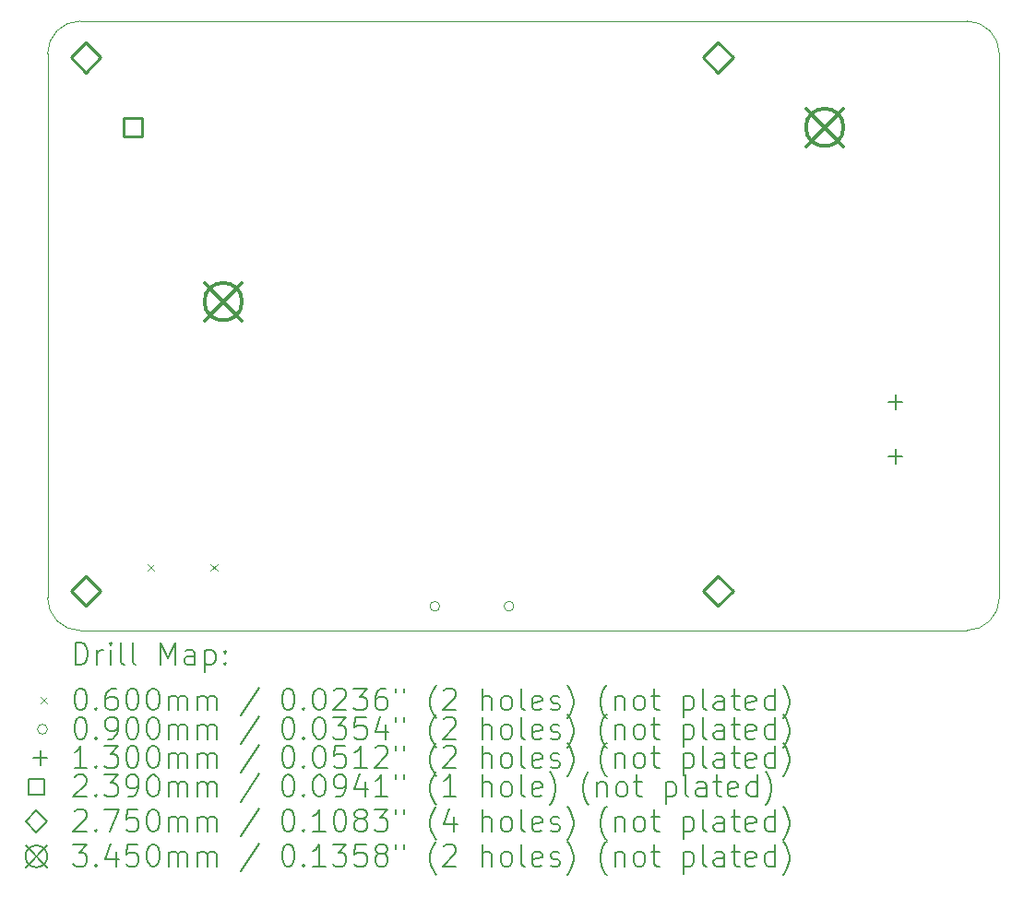
<source format=gbr>
%FSLAX45Y45*%
G04 Gerber Fmt 4.5, Leading zero omitted, Abs format (unit mm)*
G04 Created by KiCad (PCBNEW 6.0.4-6f826c9f35~116~ubuntu20.04.1) date 2022-05-05 15:44:58*
%MOMM*%
%LPD*%
G01*
G04 APERTURE LIST*
%TA.AperFunction,Profile*%
%ADD10C,0.050000*%
%TD*%
%ADD11C,0.200000*%
%ADD12C,0.060000*%
%ADD13C,0.090000*%
%ADD14C,0.130000*%
%ADD15C,0.239000*%
%ADD16C,0.275000*%
%ADD17C,0.345000*%
G04 APERTURE END LIST*
D10*
X15075000Y-12340002D02*
G75*
G03*
X15375042Y-12039958I0J300042D01*
G01*
X15375042Y-12039958D02*
X15375083Y-7042500D01*
X15375082Y-7042500D02*
G75*
G03*
X15075042Y-6742458I-300042J0D01*
G01*
X15075042Y-6742458D02*
X6940042Y-6742458D01*
X6940042Y-6742460D02*
G75*
G03*
X6640000Y-7042500I-2J-300040D01*
G01*
X6639958Y-12039958D02*
X6640000Y-7042500D01*
X6639960Y-12039958D02*
G75*
G03*
X6940000Y-12340000I300040J-2D01*
G01*
X15075000Y-12340000D02*
X6940000Y-12340000D01*
D11*
D12*
X7560080Y-11732520D02*
X7620080Y-11792520D01*
X7620080Y-11732520D02*
X7560080Y-11792520D01*
X8138080Y-11732520D02*
X8198080Y-11792520D01*
X8198080Y-11732520D02*
X8138080Y-11792520D01*
D13*
X10240000Y-12117500D02*
G75*
G03*
X10240000Y-12117500I-45000J0D01*
G01*
X10920000Y-12117500D02*
G75*
G03*
X10920000Y-12117500I-45000J0D01*
G01*
D14*
X14422500Y-10175000D02*
X14422500Y-10305000D01*
X14357500Y-10240000D02*
X14487500Y-10240000D01*
X14422500Y-10675000D02*
X14422500Y-10805000D01*
X14357500Y-10740000D02*
X14487500Y-10740000D01*
D15*
X7503860Y-7803660D02*
X7503860Y-7634660D01*
X7334860Y-7634660D01*
X7334860Y-7803660D01*
X7503860Y-7803660D01*
D16*
X6993200Y-7214500D02*
X7130700Y-7077000D01*
X6993200Y-6939500D01*
X6855700Y-7077000D01*
X6993200Y-7214500D01*
X6993200Y-12114500D02*
X7130700Y-11977000D01*
X6993200Y-11839500D01*
X6855700Y-11977000D01*
X6993200Y-12114500D01*
X12793200Y-7214500D02*
X12930700Y-7077000D01*
X12793200Y-6939500D01*
X12655700Y-7077000D01*
X12793200Y-7214500D01*
X12793200Y-12114500D02*
X12930700Y-11977000D01*
X12793200Y-11839500D01*
X12655700Y-11977000D01*
X12793200Y-12114500D01*
D17*
X8079860Y-9146660D02*
X8424860Y-9491660D01*
X8424860Y-9146660D02*
X8079860Y-9491660D01*
X8424860Y-9319160D02*
G75*
G03*
X8424860Y-9319160I-172500J0D01*
G01*
X13599860Y-7546660D02*
X13944860Y-7891660D01*
X13944860Y-7546660D02*
X13599860Y-7891660D01*
X13944860Y-7719160D02*
G75*
G03*
X13944860Y-7719160I-172500J0D01*
G01*
D11*
X6895077Y-12652976D02*
X6895077Y-12452976D01*
X6942696Y-12452976D01*
X6971268Y-12462500D01*
X6990315Y-12481548D01*
X6999839Y-12500595D01*
X7009363Y-12538690D01*
X7009363Y-12567262D01*
X6999839Y-12605357D01*
X6990315Y-12624405D01*
X6971268Y-12643452D01*
X6942696Y-12652976D01*
X6895077Y-12652976D01*
X7095077Y-12652976D02*
X7095077Y-12519643D01*
X7095077Y-12557738D02*
X7104601Y-12538690D01*
X7114125Y-12529167D01*
X7133173Y-12519643D01*
X7152220Y-12519643D01*
X7218887Y-12652976D02*
X7218887Y-12519643D01*
X7218887Y-12452976D02*
X7209363Y-12462500D01*
X7218887Y-12472024D01*
X7228411Y-12462500D01*
X7218887Y-12452976D01*
X7218887Y-12472024D01*
X7342696Y-12652976D02*
X7323649Y-12643452D01*
X7314125Y-12624405D01*
X7314125Y-12452976D01*
X7447458Y-12652976D02*
X7428411Y-12643452D01*
X7418887Y-12624405D01*
X7418887Y-12452976D01*
X7676030Y-12652976D02*
X7676030Y-12452976D01*
X7742696Y-12595833D01*
X7809363Y-12452976D01*
X7809363Y-12652976D01*
X7990315Y-12652976D02*
X7990315Y-12548214D01*
X7980792Y-12529167D01*
X7961744Y-12519643D01*
X7923649Y-12519643D01*
X7904601Y-12529167D01*
X7990315Y-12643452D02*
X7971268Y-12652976D01*
X7923649Y-12652976D01*
X7904601Y-12643452D01*
X7895077Y-12624405D01*
X7895077Y-12605357D01*
X7904601Y-12586309D01*
X7923649Y-12576786D01*
X7971268Y-12576786D01*
X7990315Y-12567262D01*
X8085554Y-12519643D02*
X8085554Y-12719643D01*
X8085554Y-12529167D02*
X8104601Y-12519643D01*
X8142696Y-12519643D01*
X8161744Y-12529167D01*
X8171268Y-12538690D01*
X8180792Y-12557738D01*
X8180792Y-12614881D01*
X8171268Y-12633928D01*
X8161744Y-12643452D01*
X8142696Y-12652976D01*
X8104601Y-12652976D01*
X8085554Y-12643452D01*
X8266506Y-12633928D02*
X8276030Y-12643452D01*
X8266506Y-12652976D01*
X8256982Y-12643452D01*
X8266506Y-12633928D01*
X8266506Y-12652976D01*
X8266506Y-12529167D02*
X8276030Y-12538690D01*
X8266506Y-12548214D01*
X8256982Y-12538690D01*
X8266506Y-12529167D01*
X8266506Y-12548214D01*
D12*
X6577458Y-12952500D02*
X6637458Y-13012500D01*
X6637458Y-12952500D02*
X6577458Y-13012500D01*
D11*
X6933173Y-12872976D02*
X6952220Y-12872976D01*
X6971268Y-12882500D01*
X6980792Y-12892024D01*
X6990315Y-12911071D01*
X6999839Y-12949167D01*
X6999839Y-12996786D01*
X6990315Y-13034881D01*
X6980792Y-13053928D01*
X6971268Y-13063452D01*
X6952220Y-13072976D01*
X6933173Y-13072976D01*
X6914125Y-13063452D01*
X6904601Y-13053928D01*
X6895077Y-13034881D01*
X6885554Y-12996786D01*
X6885554Y-12949167D01*
X6895077Y-12911071D01*
X6904601Y-12892024D01*
X6914125Y-12882500D01*
X6933173Y-12872976D01*
X7085554Y-13053928D02*
X7095077Y-13063452D01*
X7085554Y-13072976D01*
X7076030Y-13063452D01*
X7085554Y-13053928D01*
X7085554Y-13072976D01*
X7266506Y-12872976D02*
X7228411Y-12872976D01*
X7209363Y-12882500D01*
X7199839Y-12892024D01*
X7180792Y-12920595D01*
X7171268Y-12958690D01*
X7171268Y-13034881D01*
X7180792Y-13053928D01*
X7190315Y-13063452D01*
X7209363Y-13072976D01*
X7247458Y-13072976D01*
X7266506Y-13063452D01*
X7276030Y-13053928D01*
X7285554Y-13034881D01*
X7285554Y-12987262D01*
X7276030Y-12968214D01*
X7266506Y-12958690D01*
X7247458Y-12949167D01*
X7209363Y-12949167D01*
X7190315Y-12958690D01*
X7180792Y-12968214D01*
X7171268Y-12987262D01*
X7409363Y-12872976D02*
X7428411Y-12872976D01*
X7447458Y-12882500D01*
X7456982Y-12892024D01*
X7466506Y-12911071D01*
X7476030Y-12949167D01*
X7476030Y-12996786D01*
X7466506Y-13034881D01*
X7456982Y-13053928D01*
X7447458Y-13063452D01*
X7428411Y-13072976D01*
X7409363Y-13072976D01*
X7390315Y-13063452D01*
X7380792Y-13053928D01*
X7371268Y-13034881D01*
X7361744Y-12996786D01*
X7361744Y-12949167D01*
X7371268Y-12911071D01*
X7380792Y-12892024D01*
X7390315Y-12882500D01*
X7409363Y-12872976D01*
X7599839Y-12872976D02*
X7618887Y-12872976D01*
X7637934Y-12882500D01*
X7647458Y-12892024D01*
X7656982Y-12911071D01*
X7666506Y-12949167D01*
X7666506Y-12996786D01*
X7656982Y-13034881D01*
X7647458Y-13053928D01*
X7637934Y-13063452D01*
X7618887Y-13072976D01*
X7599839Y-13072976D01*
X7580792Y-13063452D01*
X7571268Y-13053928D01*
X7561744Y-13034881D01*
X7552220Y-12996786D01*
X7552220Y-12949167D01*
X7561744Y-12911071D01*
X7571268Y-12892024D01*
X7580792Y-12882500D01*
X7599839Y-12872976D01*
X7752220Y-13072976D02*
X7752220Y-12939643D01*
X7752220Y-12958690D02*
X7761744Y-12949167D01*
X7780792Y-12939643D01*
X7809363Y-12939643D01*
X7828411Y-12949167D01*
X7837934Y-12968214D01*
X7837934Y-13072976D01*
X7837934Y-12968214D02*
X7847458Y-12949167D01*
X7866506Y-12939643D01*
X7895077Y-12939643D01*
X7914125Y-12949167D01*
X7923649Y-12968214D01*
X7923649Y-13072976D01*
X8018887Y-13072976D02*
X8018887Y-12939643D01*
X8018887Y-12958690D02*
X8028411Y-12949167D01*
X8047458Y-12939643D01*
X8076030Y-12939643D01*
X8095077Y-12949167D01*
X8104601Y-12968214D01*
X8104601Y-13072976D01*
X8104601Y-12968214D02*
X8114125Y-12949167D01*
X8133173Y-12939643D01*
X8161744Y-12939643D01*
X8180792Y-12949167D01*
X8190315Y-12968214D01*
X8190315Y-13072976D01*
X8580792Y-12863452D02*
X8409363Y-13120595D01*
X8837935Y-12872976D02*
X8856982Y-12872976D01*
X8876030Y-12882500D01*
X8885554Y-12892024D01*
X8895077Y-12911071D01*
X8904601Y-12949167D01*
X8904601Y-12996786D01*
X8895077Y-13034881D01*
X8885554Y-13053928D01*
X8876030Y-13063452D01*
X8856982Y-13072976D01*
X8837935Y-13072976D01*
X8818887Y-13063452D01*
X8809363Y-13053928D01*
X8799839Y-13034881D01*
X8790316Y-12996786D01*
X8790316Y-12949167D01*
X8799839Y-12911071D01*
X8809363Y-12892024D01*
X8818887Y-12882500D01*
X8837935Y-12872976D01*
X8990316Y-13053928D02*
X8999839Y-13063452D01*
X8990316Y-13072976D01*
X8980792Y-13063452D01*
X8990316Y-13053928D01*
X8990316Y-13072976D01*
X9123649Y-12872976D02*
X9142696Y-12872976D01*
X9161744Y-12882500D01*
X9171268Y-12892024D01*
X9180792Y-12911071D01*
X9190316Y-12949167D01*
X9190316Y-12996786D01*
X9180792Y-13034881D01*
X9171268Y-13053928D01*
X9161744Y-13063452D01*
X9142696Y-13072976D01*
X9123649Y-13072976D01*
X9104601Y-13063452D01*
X9095077Y-13053928D01*
X9085554Y-13034881D01*
X9076030Y-12996786D01*
X9076030Y-12949167D01*
X9085554Y-12911071D01*
X9095077Y-12892024D01*
X9104601Y-12882500D01*
X9123649Y-12872976D01*
X9266506Y-12892024D02*
X9276030Y-12882500D01*
X9295077Y-12872976D01*
X9342696Y-12872976D01*
X9361744Y-12882500D01*
X9371268Y-12892024D01*
X9380792Y-12911071D01*
X9380792Y-12930119D01*
X9371268Y-12958690D01*
X9256982Y-13072976D01*
X9380792Y-13072976D01*
X9447458Y-12872976D02*
X9571268Y-12872976D01*
X9504601Y-12949167D01*
X9533173Y-12949167D01*
X9552220Y-12958690D01*
X9561744Y-12968214D01*
X9571268Y-12987262D01*
X9571268Y-13034881D01*
X9561744Y-13053928D01*
X9552220Y-13063452D01*
X9533173Y-13072976D01*
X9476030Y-13072976D01*
X9456982Y-13063452D01*
X9447458Y-13053928D01*
X9742696Y-12872976D02*
X9704601Y-12872976D01*
X9685554Y-12882500D01*
X9676030Y-12892024D01*
X9656982Y-12920595D01*
X9647458Y-12958690D01*
X9647458Y-13034881D01*
X9656982Y-13053928D01*
X9666506Y-13063452D01*
X9685554Y-13072976D01*
X9723649Y-13072976D01*
X9742696Y-13063452D01*
X9752220Y-13053928D01*
X9761744Y-13034881D01*
X9761744Y-12987262D01*
X9752220Y-12968214D01*
X9742696Y-12958690D01*
X9723649Y-12949167D01*
X9685554Y-12949167D01*
X9666506Y-12958690D01*
X9656982Y-12968214D01*
X9647458Y-12987262D01*
X9837935Y-12872976D02*
X9837935Y-12911071D01*
X9914125Y-12872976D02*
X9914125Y-12911071D01*
X10209363Y-13149167D02*
X10199839Y-13139643D01*
X10180792Y-13111071D01*
X10171268Y-13092024D01*
X10161744Y-13063452D01*
X10152220Y-13015833D01*
X10152220Y-12977738D01*
X10161744Y-12930119D01*
X10171268Y-12901548D01*
X10180792Y-12882500D01*
X10199839Y-12853928D01*
X10209363Y-12844405D01*
X10276030Y-12892024D02*
X10285554Y-12882500D01*
X10304601Y-12872976D01*
X10352220Y-12872976D01*
X10371268Y-12882500D01*
X10380792Y-12892024D01*
X10390316Y-12911071D01*
X10390316Y-12930119D01*
X10380792Y-12958690D01*
X10266506Y-13072976D01*
X10390316Y-13072976D01*
X10628411Y-13072976D02*
X10628411Y-12872976D01*
X10714125Y-13072976D02*
X10714125Y-12968214D01*
X10704601Y-12949167D01*
X10685554Y-12939643D01*
X10656982Y-12939643D01*
X10637935Y-12949167D01*
X10628411Y-12958690D01*
X10837935Y-13072976D02*
X10818887Y-13063452D01*
X10809363Y-13053928D01*
X10799839Y-13034881D01*
X10799839Y-12977738D01*
X10809363Y-12958690D01*
X10818887Y-12949167D01*
X10837935Y-12939643D01*
X10866506Y-12939643D01*
X10885554Y-12949167D01*
X10895077Y-12958690D01*
X10904601Y-12977738D01*
X10904601Y-13034881D01*
X10895077Y-13053928D01*
X10885554Y-13063452D01*
X10866506Y-13072976D01*
X10837935Y-13072976D01*
X11018887Y-13072976D02*
X10999839Y-13063452D01*
X10990316Y-13044405D01*
X10990316Y-12872976D01*
X11171268Y-13063452D02*
X11152220Y-13072976D01*
X11114125Y-13072976D01*
X11095077Y-13063452D01*
X11085554Y-13044405D01*
X11085554Y-12968214D01*
X11095077Y-12949167D01*
X11114125Y-12939643D01*
X11152220Y-12939643D01*
X11171268Y-12949167D01*
X11180792Y-12968214D01*
X11180792Y-12987262D01*
X11085554Y-13006309D01*
X11256982Y-13063452D02*
X11276030Y-13072976D01*
X11314125Y-13072976D01*
X11333173Y-13063452D01*
X11342696Y-13044405D01*
X11342696Y-13034881D01*
X11333173Y-13015833D01*
X11314125Y-13006309D01*
X11285554Y-13006309D01*
X11266506Y-12996786D01*
X11256982Y-12977738D01*
X11256982Y-12968214D01*
X11266506Y-12949167D01*
X11285554Y-12939643D01*
X11314125Y-12939643D01*
X11333173Y-12949167D01*
X11409363Y-13149167D02*
X11418887Y-13139643D01*
X11437934Y-13111071D01*
X11447458Y-13092024D01*
X11456982Y-13063452D01*
X11466506Y-13015833D01*
X11466506Y-12977738D01*
X11456982Y-12930119D01*
X11447458Y-12901548D01*
X11437934Y-12882500D01*
X11418887Y-12853928D01*
X11409363Y-12844405D01*
X11771268Y-13149167D02*
X11761744Y-13139643D01*
X11742696Y-13111071D01*
X11733173Y-13092024D01*
X11723649Y-13063452D01*
X11714125Y-13015833D01*
X11714125Y-12977738D01*
X11723649Y-12930119D01*
X11733173Y-12901548D01*
X11742696Y-12882500D01*
X11761744Y-12853928D01*
X11771268Y-12844405D01*
X11847458Y-12939643D02*
X11847458Y-13072976D01*
X11847458Y-12958690D02*
X11856982Y-12949167D01*
X11876030Y-12939643D01*
X11904601Y-12939643D01*
X11923649Y-12949167D01*
X11933173Y-12968214D01*
X11933173Y-13072976D01*
X12056982Y-13072976D02*
X12037934Y-13063452D01*
X12028411Y-13053928D01*
X12018887Y-13034881D01*
X12018887Y-12977738D01*
X12028411Y-12958690D01*
X12037934Y-12949167D01*
X12056982Y-12939643D01*
X12085554Y-12939643D01*
X12104601Y-12949167D01*
X12114125Y-12958690D01*
X12123649Y-12977738D01*
X12123649Y-13034881D01*
X12114125Y-13053928D01*
X12104601Y-13063452D01*
X12085554Y-13072976D01*
X12056982Y-13072976D01*
X12180792Y-12939643D02*
X12256982Y-12939643D01*
X12209363Y-12872976D02*
X12209363Y-13044405D01*
X12218887Y-13063452D01*
X12237934Y-13072976D01*
X12256982Y-13072976D01*
X12476030Y-12939643D02*
X12476030Y-13139643D01*
X12476030Y-12949167D02*
X12495077Y-12939643D01*
X12533173Y-12939643D01*
X12552220Y-12949167D01*
X12561744Y-12958690D01*
X12571268Y-12977738D01*
X12571268Y-13034881D01*
X12561744Y-13053928D01*
X12552220Y-13063452D01*
X12533173Y-13072976D01*
X12495077Y-13072976D01*
X12476030Y-13063452D01*
X12685554Y-13072976D02*
X12666506Y-13063452D01*
X12656982Y-13044405D01*
X12656982Y-12872976D01*
X12847458Y-13072976D02*
X12847458Y-12968214D01*
X12837934Y-12949167D01*
X12818887Y-12939643D01*
X12780792Y-12939643D01*
X12761744Y-12949167D01*
X12847458Y-13063452D02*
X12828411Y-13072976D01*
X12780792Y-13072976D01*
X12761744Y-13063452D01*
X12752220Y-13044405D01*
X12752220Y-13025357D01*
X12761744Y-13006309D01*
X12780792Y-12996786D01*
X12828411Y-12996786D01*
X12847458Y-12987262D01*
X12914125Y-12939643D02*
X12990315Y-12939643D01*
X12942696Y-12872976D02*
X12942696Y-13044405D01*
X12952220Y-13063452D01*
X12971268Y-13072976D01*
X12990315Y-13072976D01*
X13133173Y-13063452D02*
X13114125Y-13072976D01*
X13076030Y-13072976D01*
X13056982Y-13063452D01*
X13047458Y-13044405D01*
X13047458Y-12968214D01*
X13056982Y-12949167D01*
X13076030Y-12939643D01*
X13114125Y-12939643D01*
X13133173Y-12949167D01*
X13142696Y-12968214D01*
X13142696Y-12987262D01*
X13047458Y-13006309D01*
X13314125Y-13072976D02*
X13314125Y-12872976D01*
X13314125Y-13063452D02*
X13295077Y-13072976D01*
X13256982Y-13072976D01*
X13237934Y-13063452D01*
X13228411Y-13053928D01*
X13218887Y-13034881D01*
X13218887Y-12977738D01*
X13228411Y-12958690D01*
X13237934Y-12949167D01*
X13256982Y-12939643D01*
X13295077Y-12939643D01*
X13314125Y-12949167D01*
X13390315Y-13149167D02*
X13399839Y-13139643D01*
X13418887Y-13111071D01*
X13428411Y-13092024D01*
X13437934Y-13063452D01*
X13447458Y-13015833D01*
X13447458Y-12977738D01*
X13437934Y-12930119D01*
X13428411Y-12901548D01*
X13418887Y-12882500D01*
X13399839Y-12853928D01*
X13390315Y-12844405D01*
D13*
X6637458Y-13246500D02*
G75*
G03*
X6637458Y-13246500I-45000J0D01*
G01*
D11*
X6933173Y-13136976D02*
X6952220Y-13136976D01*
X6971268Y-13146500D01*
X6980792Y-13156024D01*
X6990315Y-13175071D01*
X6999839Y-13213167D01*
X6999839Y-13260786D01*
X6990315Y-13298881D01*
X6980792Y-13317928D01*
X6971268Y-13327452D01*
X6952220Y-13336976D01*
X6933173Y-13336976D01*
X6914125Y-13327452D01*
X6904601Y-13317928D01*
X6895077Y-13298881D01*
X6885554Y-13260786D01*
X6885554Y-13213167D01*
X6895077Y-13175071D01*
X6904601Y-13156024D01*
X6914125Y-13146500D01*
X6933173Y-13136976D01*
X7085554Y-13317928D02*
X7095077Y-13327452D01*
X7085554Y-13336976D01*
X7076030Y-13327452D01*
X7085554Y-13317928D01*
X7085554Y-13336976D01*
X7190315Y-13336976D02*
X7228411Y-13336976D01*
X7247458Y-13327452D01*
X7256982Y-13317928D01*
X7276030Y-13289357D01*
X7285554Y-13251262D01*
X7285554Y-13175071D01*
X7276030Y-13156024D01*
X7266506Y-13146500D01*
X7247458Y-13136976D01*
X7209363Y-13136976D01*
X7190315Y-13146500D01*
X7180792Y-13156024D01*
X7171268Y-13175071D01*
X7171268Y-13222690D01*
X7180792Y-13241738D01*
X7190315Y-13251262D01*
X7209363Y-13260786D01*
X7247458Y-13260786D01*
X7266506Y-13251262D01*
X7276030Y-13241738D01*
X7285554Y-13222690D01*
X7409363Y-13136976D02*
X7428411Y-13136976D01*
X7447458Y-13146500D01*
X7456982Y-13156024D01*
X7466506Y-13175071D01*
X7476030Y-13213167D01*
X7476030Y-13260786D01*
X7466506Y-13298881D01*
X7456982Y-13317928D01*
X7447458Y-13327452D01*
X7428411Y-13336976D01*
X7409363Y-13336976D01*
X7390315Y-13327452D01*
X7380792Y-13317928D01*
X7371268Y-13298881D01*
X7361744Y-13260786D01*
X7361744Y-13213167D01*
X7371268Y-13175071D01*
X7380792Y-13156024D01*
X7390315Y-13146500D01*
X7409363Y-13136976D01*
X7599839Y-13136976D02*
X7618887Y-13136976D01*
X7637934Y-13146500D01*
X7647458Y-13156024D01*
X7656982Y-13175071D01*
X7666506Y-13213167D01*
X7666506Y-13260786D01*
X7656982Y-13298881D01*
X7647458Y-13317928D01*
X7637934Y-13327452D01*
X7618887Y-13336976D01*
X7599839Y-13336976D01*
X7580792Y-13327452D01*
X7571268Y-13317928D01*
X7561744Y-13298881D01*
X7552220Y-13260786D01*
X7552220Y-13213167D01*
X7561744Y-13175071D01*
X7571268Y-13156024D01*
X7580792Y-13146500D01*
X7599839Y-13136976D01*
X7752220Y-13336976D02*
X7752220Y-13203643D01*
X7752220Y-13222690D02*
X7761744Y-13213167D01*
X7780792Y-13203643D01*
X7809363Y-13203643D01*
X7828411Y-13213167D01*
X7837934Y-13232214D01*
X7837934Y-13336976D01*
X7837934Y-13232214D02*
X7847458Y-13213167D01*
X7866506Y-13203643D01*
X7895077Y-13203643D01*
X7914125Y-13213167D01*
X7923649Y-13232214D01*
X7923649Y-13336976D01*
X8018887Y-13336976D02*
X8018887Y-13203643D01*
X8018887Y-13222690D02*
X8028411Y-13213167D01*
X8047458Y-13203643D01*
X8076030Y-13203643D01*
X8095077Y-13213167D01*
X8104601Y-13232214D01*
X8104601Y-13336976D01*
X8104601Y-13232214D02*
X8114125Y-13213167D01*
X8133173Y-13203643D01*
X8161744Y-13203643D01*
X8180792Y-13213167D01*
X8190315Y-13232214D01*
X8190315Y-13336976D01*
X8580792Y-13127452D02*
X8409363Y-13384595D01*
X8837935Y-13136976D02*
X8856982Y-13136976D01*
X8876030Y-13146500D01*
X8885554Y-13156024D01*
X8895077Y-13175071D01*
X8904601Y-13213167D01*
X8904601Y-13260786D01*
X8895077Y-13298881D01*
X8885554Y-13317928D01*
X8876030Y-13327452D01*
X8856982Y-13336976D01*
X8837935Y-13336976D01*
X8818887Y-13327452D01*
X8809363Y-13317928D01*
X8799839Y-13298881D01*
X8790316Y-13260786D01*
X8790316Y-13213167D01*
X8799839Y-13175071D01*
X8809363Y-13156024D01*
X8818887Y-13146500D01*
X8837935Y-13136976D01*
X8990316Y-13317928D02*
X8999839Y-13327452D01*
X8990316Y-13336976D01*
X8980792Y-13327452D01*
X8990316Y-13317928D01*
X8990316Y-13336976D01*
X9123649Y-13136976D02*
X9142696Y-13136976D01*
X9161744Y-13146500D01*
X9171268Y-13156024D01*
X9180792Y-13175071D01*
X9190316Y-13213167D01*
X9190316Y-13260786D01*
X9180792Y-13298881D01*
X9171268Y-13317928D01*
X9161744Y-13327452D01*
X9142696Y-13336976D01*
X9123649Y-13336976D01*
X9104601Y-13327452D01*
X9095077Y-13317928D01*
X9085554Y-13298881D01*
X9076030Y-13260786D01*
X9076030Y-13213167D01*
X9085554Y-13175071D01*
X9095077Y-13156024D01*
X9104601Y-13146500D01*
X9123649Y-13136976D01*
X9256982Y-13136976D02*
X9380792Y-13136976D01*
X9314125Y-13213167D01*
X9342696Y-13213167D01*
X9361744Y-13222690D01*
X9371268Y-13232214D01*
X9380792Y-13251262D01*
X9380792Y-13298881D01*
X9371268Y-13317928D01*
X9361744Y-13327452D01*
X9342696Y-13336976D01*
X9285554Y-13336976D01*
X9266506Y-13327452D01*
X9256982Y-13317928D01*
X9561744Y-13136976D02*
X9466506Y-13136976D01*
X9456982Y-13232214D01*
X9466506Y-13222690D01*
X9485554Y-13213167D01*
X9533173Y-13213167D01*
X9552220Y-13222690D01*
X9561744Y-13232214D01*
X9571268Y-13251262D01*
X9571268Y-13298881D01*
X9561744Y-13317928D01*
X9552220Y-13327452D01*
X9533173Y-13336976D01*
X9485554Y-13336976D01*
X9466506Y-13327452D01*
X9456982Y-13317928D01*
X9742696Y-13203643D02*
X9742696Y-13336976D01*
X9695077Y-13127452D02*
X9647458Y-13270309D01*
X9771268Y-13270309D01*
X9837935Y-13136976D02*
X9837935Y-13175071D01*
X9914125Y-13136976D02*
X9914125Y-13175071D01*
X10209363Y-13413167D02*
X10199839Y-13403643D01*
X10180792Y-13375071D01*
X10171268Y-13356024D01*
X10161744Y-13327452D01*
X10152220Y-13279833D01*
X10152220Y-13241738D01*
X10161744Y-13194119D01*
X10171268Y-13165548D01*
X10180792Y-13146500D01*
X10199839Y-13117928D01*
X10209363Y-13108405D01*
X10276030Y-13156024D02*
X10285554Y-13146500D01*
X10304601Y-13136976D01*
X10352220Y-13136976D01*
X10371268Y-13146500D01*
X10380792Y-13156024D01*
X10390316Y-13175071D01*
X10390316Y-13194119D01*
X10380792Y-13222690D01*
X10266506Y-13336976D01*
X10390316Y-13336976D01*
X10628411Y-13336976D02*
X10628411Y-13136976D01*
X10714125Y-13336976D02*
X10714125Y-13232214D01*
X10704601Y-13213167D01*
X10685554Y-13203643D01*
X10656982Y-13203643D01*
X10637935Y-13213167D01*
X10628411Y-13222690D01*
X10837935Y-13336976D02*
X10818887Y-13327452D01*
X10809363Y-13317928D01*
X10799839Y-13298881D01*
X10799839Y-13241738D01*
X10809363Y-13222690D01*
X10818887Y-13213167D01*
X10837935Y-13203643D01*
X10866506Y-13203643D01*
X10885554Y-13213167D01*
X10895077Y-13222690D01*
X10904601Y-13241738D01*
X10904601Y-13298881D01*
X10895077Y-13317928D01*
X10885554Y-13327452D01*
X10866506Y-13336976D01*
X10837935Y-13336976D01*
X11018887Y-13336976D02*
X10999839Y-13327452D01*
X10990316Y-13308405D01*
X10990316Y-13136976D01*
X11171268Y-13327452D02*
X11152220Y-13336976D01*
X11114125Y-13336976D01*
X11095077Y-13327452D01*
X11085554Y-13308405D01*
X11085554Y-13232214D01*
X11095077Y-13213167D01*
X11114125Y-13203643D01*
X11152220Y-13203643D01*
X11171268Y-13213167D01*
X11180792Y-13232214D01*
X11180792Y-13251262D01*
X11085554Y-13270309D01*
X11256982Y-13327452D02*
X11276030Y-13336976D01*
X11314125Y-13336976D01*
X11333173Y-13327452D01*
X11342696Y-13308405D01*
X11342696Y-13298881D01*
X11333173Y-13279833D01*
X11314125Y-13270309D01*
X11285554Y-13270309D01*
X11266506Y-13260786D01*
X11256982Y-13241738D01*
X11256982Y-13232214D01*
X11266506Y-13213167D01*
X11285554Y-13203643D01*
X11314125Y-13203643D01*
X11333173Y-13213167D01*
X11409363Y-13413167D02*
X11418887Y-13403643D01*
X11437934Y-13375071D01*
X11447458Y-13356024D01*
X11456982Y-13327452D01*
X11466506Y-13279833D01*
X11466506Y-13241738D01*
X11456982Y-13194119D01*
X11447458Y-13165548D01*
X11437934Y-13146500D01*
X11418887Y-13117928D01*
X11409363Y-13108405D01*
X11771268Y-13413167D02*
X11761744Y-13403643D01*
X11742696Y-13375071D01*
X11733173Y-13356024D01*
X11723649Y-13327452D01*
X11714125Y-13279833D01*
X11714125Y-13241738D01*
X11723649Y-13194119D01*
X11733173Y-13165548D01*
X11742696Y-13146500D01*
X11761744Y-13117928D01*
X11771268Y-13108405D01*
X11847458Y-13203643D02*
X11847458Y-13336976D01*
X11847458Y-13222690D02*
X11856982Y-13213167D01*
X11876030Y-13203643D01*
X11904601Y-13203643D01*
X11923649Y-13213167D01*
X11933173Y-13232214D01*
X11933173Y-13336976D01*
X12056982Y-13336976D02*
X12037934Y-13327452D01*
X12028411Y-13317928D01*
X12018887Y-13298881D01*
X12018887Y-13241738D01*
X12028411Y-13222690D01*
X12037934Y-13213167D01*
X12056982Y-13203643D01*
X12085554Y-13203643D01*
X12104601Y-13213167D01*
X12114125Y-13222690D01*
X12123649Y-13241738D01*
X12123649Y-13298881D01*
X12114125Y-13317928D01*
X12104601Y-13327452D01*
X12085554Y-13336976D01*
X12056982Y-13336976D01*
X12180792Y-13203643D02*
X12256982Y-13203643D01*
X12209363Y-13136976D02*
X12209363Y-13308405D01*
X12218887Y-13327452D01*
X12237934Y-13336976D01*
X12256982Y-13336976D01*
X12476030Y-13203643D02*
X12476030Y-13403643D01*
X12476030Y-13213167D02*
X12495077Y-13203643D01*
X12533173Y-13203643D01*
X12552220Y-13213167D01*
X12561744Y-13222690D01*
X12571268Y-13241738D01*
X12571268Y-13298881D01*
X12561744Y-13317928D01*
X12552220Y-13327452D01*
X12533173Y-13336976D01*
X12495077Y-13336976D01*
X12476030Y-13327452D01*
X12685554Y-13336976D02*
X12666506Y-13327452D01*
X12656982Y-13308405D01*
X12656982Y-13136976D01*
X12847458Y-13336976D02*
X12847458Y-13232214D01*
X12837934Y-13213167D01*
X12818887Y-13203643D01*
X12780792Y-13203643D01*
X12761744Y-13213167D01*
X12847458Y-13327452D02*
X12828411Y-13336976D01*
X12780792Y-13336976D01*
X12761744Y-13327452D01*
X12752220Y-13308405D01*
X12752220Y-13289357D01*
X12761744Y-13270309D01*
X12780792Y-13260786D01*
X12828411Y-13260786D01*
X12847458Y-13251262D01*
X12914125Y-13203643D02*
X12990315Y-13203643D01*
X12942696Y-13136976D02*
X12942696Y-13308405D01*
X12952220Y-13327452D01*
X12971268Y-13336976D01*
X12990315Y-13336976D01*
X13133173Y-13327452D02*
X13114125Y-13336976D01*
X13076030Y-13336976D01*
X13056982Y-13327452D01*
X13047458Y-13308405D01*
X13047458Y-13232214D01*
X13056982Y-13213167D01*
X13076030Y-13203643D01*
X13114125Y-13203643D01*
X13133173Y-13213167D01*
X13142696Y-13232214D01*
X13142696Y-13251262D01*
X13047458Y-13270309D01*
X13314125Y-13336976D02*
X13314125Y-13136976D01*
X13314125Y-13327452D02*
X13295077Y-13336976D01*
X13256982Y-13336976D01*
X13237934Y-13327452D01*
X13228411Y-13317928D01*
X13218887Y-13298881D01*
X13218887Y-13241738D01*
X13228411Y-13222690D01*
X13237934Y-13213167D01*
X13256982Y-13203643D01*
X13295077Y-13203643D01*
X13314125Y-13213167D01*
X13390315Y-13413167D02*
X13399839Y-13403643D01*
X13418887Y-13375071D01*
X13428411Y-13356024D01*
X13437934Y-13327452D01*
X13447458Y-13279833D01*
X13447458Y-13241738D01*
X13437934Y-13194119D01*
X13428411Y-13165548D01*
X13418887Y-13146500D01*
X13399839Y-13117928D01*
X13390315Y-13108405D01*
D14*
X6572458Y-13445500D02*
X6572458Y-13575500D01*
X6507458Y-13510500D02*
X6637458Y-13510500D01*
D11*
X6999839Y-13600976D02*
X6885554Y-13600976D01*
X6942696Y-13600976D02*
X6942696Y-13400976D01*
X6923649Y-13429548D01*
X6904601Y-13448595D01*
X6885554Y-13458119D01*
X7085554Y-13581928D02*
X7095077Y-13591452D01*
X7085554Y-13600976D01*
X7076030Y-13591452D01*
X7085554Y-13581928D01*
X7085554Y-13600976D01*
X7161744Y-13400976D02*
X7285554Y-13400976D01*
X7218887Y-13477167D01*
X7247458Y-13477167D01*
X7266506Y-13486690D01*
X7276030Y-13496214D01*
X7285554Y-13515262D01*
X7285554Y-13562881D01*
X7276030Y-13581928D01*
X7266506Y-13591452D01*
X7247458Y-13600976D01*
X7190315Y-13600976D01*
X7171268Y-13591452D01*
X7161744Y-13581928D01*
X7409363Y-13400976D02*
X7428411Y-13400976D01*
X7447458Y-13410500D01*
X7456982Y-13420024D01*
X7466506Y-13439071D01*
X7476030Y-13477167D01*
X7476030Y-13524786D01*
X7466506Y-13562881D01*
X7456982Y-13581928D01*
X7447458Y-13591452D01*
X7428411Y-13600976D01*
X7409363Y-13600976D01*
X7390315Y-13591452D01*
X7380792Y-13581928D01*
X7371268Y-13562881D01*
X7361744Y-13524786D01*
X7361744Y-13477167D01*
X7371268Y-13439071D01*
X7380792Y-13420024D01*
X7390315Y-13410500D01*
X7409363Y-13400976D01*
X7599839Y-13400976D02*
X7618887Y-13400976D01*
X7637934Y-13410500D01*
X7647458Y-13420024D01*
X7656982Y-13439071D01*
X7666506Y-13477167D01*
X7666506Y-13524786D01*
X7656982Y-13562881D01*
X7647458Y-13581928D01*
X7637934Y-13591452D01*
X7618887Y-13600976D01*
X7599839Y-13600976D01*
X7580792Y-13591452D01*
X7571268Y-13581928D01*
X7561744Y-13562881D01*
X7552220Y-13524786D01*
X7552220Y-13477167D01*
X7561744Y-13439071D01*
X7571268Y-13420024D01*
X7580792Y-13410500D01*
X7599839Y-13400976D01*
X7752220Y-13600976D02*
X7752220Y-13467643D01*
X7752220Y-13486690D02*
X7761744Y-13477167D01*
X7780792Y-13467643D01*
X7809363Y-13467643D01*
X7828411Y-13477167D01*
X7837934Y-13496214D01*
X7837934Y-13600976D01*
X7837934Y-13496214D02*
X7847458Y-13477167D01*
X7866506Y-13467643D01*
X7895077Y-13467643D01*
X7914125Y-13477167D01*
X7923649Y-13496214D01*
X7923649Y-13600976D01*
X8018887Y-13600976D02*
X8018887Y-13467643D01*
X8018887Y-13486690D02*
X8028411Y-13477167D01*
X8047458Y-13467643D01*
X8076030Y-13467643D01*
X8095077Y-13477167D01*
X8104601Y-13496214D01*
X8104601Y-13600976D01*
X8104601Y-13496214D02*
X8114125Y-13477167D01*
X8133173Y-13467643D01*
X8161744Y-13467643D01*
X8180792Y-13477167D01*
X8190315Y-13496214D01*
X8190315Y-13600976D01*
X8580792Y-13391452D02*
X8409363Y-13648595D01*
X8837935Y-13400976D02*
X8856982Y-13400976D01*
X8876030Y-13410500D01*
X8885554Y-13420024D01*
X8895077Y-13439071D01*
X8904601Y-13477167D01*
X8904601Y-13524786D01*
X8895077Y-13562881D01*
X8885554Y-13581928D01*
X8876030Y-13591452D01*
X8856982Y-13600976D01*
X8837935Y-13600976D01*
X8818887Y-13591452D01*
X8809363Y-13581928D01*
X8799839Y-13562881D01*
X8790316Y-13524786D01*
X8790316Y-13477167D01*
X8799839Y-13439071D01*
X8809363Y-13420024D01*
X8818887Y-13410500D01*
X8837935Y-13400976D01*
X8990316Y-13581928D02*
X8999839Y-13591452D01*
X8990316Y-13600976D01*
X8980792Y-13591452D01*
X8990316Y-13581928D01*
X8990316Y-13600976D01*
X9123649Y-13400976D02*
X9142696Y-13400976D01*
X9161744Y-13410500D01*
X9171268Y-13420024D01*
X9180792Y-13439071D01*
X9190316Y-13477167D01*
X9190316Y-13524786D01*
X9180792Y-13562881D01*
X9171268Y-13581928D01*
X9161744Y-13591452D01*
X9142696Y-13600976D01*
X9123649Y-13600976D01*
X9104601Y-13591452D01*
X9095077Y-13581928D01*
X9085554Y-13562881D01*
X9076030Y-13524786D01*
X9076030Y-13477167D01*
X9085554Y-13439071D01*
X9095077Y-13420024D01*
X9104601Y-13410500D01*
X9123649Y-13400976D01*
X9371268Y-13400976D02*
X9276030Y-13400976D01*
X9266506Y-13496214D01*
X9276030Y-13486690D01*
X9295077Y-13477167D01*
X9342696Y-13477167D01*
X9361744Y-13486690D01*
X9371268Y-13496214D01*
X9380792Y-13515262D01*
X9380792Y-13562881D01*
X9371268Y-13581928D01*
X9361744Y-13591452D01*
X9342696Y-13600976D01*
X9295077Y-13600976D01*
X9276030Y-13591452D01*
X9266506Y-13581928D01*
X9571268Y-13600976D02*
X9456982Y-13600976D01*
X9514125Y-13600976D02*
X9514125Y-13400976D01*
X9495077Y-13429548D01*
X9476030Y-13448595D01*
X9456982Y-13458119D01*
X9647458Y-13420024D02*
X9656982Y-13410500D01*
X9676030Y-13400976D01*
X9723649Y-13400976D01*
X9742696Y-13410500D01*
X9752220Y-13420024D01*
X9761744Y-13439071D01*
X9761744Y-13458119D01*
X9752220Y-13486690D01*
X9637935Y-13600976D01*
X9761744Y-13600976D01*
X9837935Y-13400976D02*
X9837935Y-13439071D01*
X9914125Y-13400976D02*
X9914125Y-13439071D01*
X10209363Y-13677167D02*
X10199839Y-13667643D01*
X10180792Y-13639071D01*
X10171268Y-13620024D01*
X10161744Y-13591452D01*
X10152220Y-13543833D01*
X10152220Y-13505738D01*
X10161744Y-13458119D01*
X10171268Y-13429548D01*
X10180792Y-13410500D01*
X10199839Y-13381928D01*
X10209363Y-13372405D01*
X10276030Y-13420024D02*
X10285554Y-13410500D01*
X10304601Y-13400976D01*
X10352220Y-13400976D01*
X10371268Y-13410500D01*
X10380792Y-13420024D01*
X10390316Y-13439071D01*
X10390316Y-13458119D01*
X10380792Y-13486690D01*
X10266506Y-13600976D01*
X10390316Y-13600976D01*
X10628411Y-13600976D02*
X10628411Y-13400976D01*
X10714125Y-13600976D02*
X10714125Y-13496214D01*
X10704601Y-13477167D01*
X10685554Y-13467643D01*
X10656982Y-13467643D01*
X10637935Y-13477167D01*
X10628411Y-13486690D01*
X10837935Y-13600976D02*
X10818887Y-13591452D01*
X10809363Y-13581928D01*
X10799839Y-13562881D01*
X10799839Y-13505738D01*
X10809363Y-13486690D01*
X10818887Y-13477167D01*
X10837935Y-13467643D01*
X10866506Y-13467643D01*
X10885554Y-13477167D01*
X10895077Y-13486690D01*
X10904601Y-13505738D01*
X10904601Y-13562881D01*
X10895077Y-13581928D01*
X10885554Y-13591452D01*
X10866506Y-13600976D01*
X10837935Y-13600976D01*
X11018887Y-13600976D02*
X10999839Y-13591452D01*
X10990316Y-13572405D01*
X10990316Y-13400976D01*
X11171268Y-13591452D02*
X11152220Y-13600976D01*
X11114125Y-13600976D01*
X11095077Y-13591452D01*
X11085554Y-13572405D01*
X11085554Y-13496214D01*
X11095077Y-13477167D01*
X11114125Y-13467643D01*
X11152220Y-13467643D01*
X11171268Y-13477167D01*
X11180792Y-13496214D01*
X11180792Y-13515262D01*
X11085554Y-13534309D01*
X11256982Y-13591452D02*
X11276030Y-13600976D01*
X11314125Y-13600976D01*
X11333173Y-13591452D01*
X11342696Y-13572405D01*
X11342696Y-13562881D01*
X11333173Y-13543833D01*
X11314125Y-13534309D01*
X11285554Y-13534309D01*
X11266506Y-13524786D01*
X11256982Y-13505738D01*
X11256982Y-13496214D01*
X11266506Y-13477167D01*
X11285554Y-13467643D01*
X11314125Y-13467643D01*
X11333173Y-13477167D01*
X11409363Y-13677167D02*
X11418887Y-13667643D01*
X11437934Y-13639071D01*
X11447458Y-13620024D01*
X11456982Y-13591452D01*
X11466506Y-13543833D01*
X11466506Y-13505738D01*
X11456982Y-13458119D01*
X11447458Y-13429548D01*
X11437934Y-13410500D01*
X11418887Y-13381928D01*
X11409363Y-13372405D01*
X11771268Y-13677167D02*
X11761744Y-13667643D01*
X11742696Y-13639071D01*
X11733173Y-13620024D01*
X11723649Y-13591452D01*
X11714125Y-13543833D01*
X11714125Y-13505738D01*
X11723649Y-13458119D01*
X11733173Y-13429548D01*
X11742696Y-13410500D01*
X11761744Y-13381928D01*
X11771268Y-13372405D01*
X11847458Y-13467643D02*
X11847458Y-13600976D01*
X11847458Y-13486690D02*
X11856982Y-13477167D01*
X11876030Y-13467643D01*
X11904601Y-13467643D01*
X11923649Y-13477167D01*
X11933173Y-13496214D01*
X11933173Y-13600976D01*
X12056982Y-13600976D02*
X12037934Y-13591452D01*
X12028411Y-13581928D01*
X12018887Y-13562881D01*
X12018887Y-13505738D01*
X12028411Y-13486690D01*
X12037934Y-13477167D01*
X12056982Y-13467643D01*
X12085554Y-13467643D01*
X12104601Y-13477167D01*
X12114125Y-13486690D01*
X12123649Y-13505738D01*
X12123649Y-13562881D01*
X12114125Y-13581928D01*
X12104601Y-13591452D01*
X12085554Y-13600976D01*
X12056982Y-13600976D01*
X12180792Y-13467643D02*
X12256982Y-13467643D01*
X12209363Y-13400976D02*
X12209363Y-13572405D01*
X12218887Y-13591452D01*
X12237934Y-13600976D01*
X12256982Y-13600976D01*
X12476030Y-13467643D02*
X12476030Y-13667643D01*
X12476030Y-13477167D02*
X12495077Y-13467643D01*
X12533173Y-13467643D01*
X12552220Y-13477167D01*
X12561744Y-13486690D01*
X12571268Y-13505738D01*
X12571268Y-13562881D01*
X12561744Y-13581928D01*
X12552220Y-13591452D01*
X12533173Y-13600976D01*
X12495077Y-13600976D01*
X12476030Y-13591452D01*
X12685554Y-13600976D02*
X12666506Y-13591452D01*
X12656982Y-13572405D01*
X12656982Y-13400976D01*
X12847458Y-13600976D02*
X12847458Y-13496214D01*
X12837934Y-13477167D01*
X12818887Y-13467643D01*
X12780792Y-13467643D01*
X12761744Y-13477167D01*
X12847458Y-13591452D02*
X12828411Y-13600976D01*
X12780792Y-13600976D01*
X12761744Y-13591452D01*
X12752220Y-13572405D01*
X12752220Y-13553357D01*
X12761744Y-13534309D01*
X12780792Y-13524786D01*
X12828411Y-13524786D01*
X12847458Y-13515262D01*
X12914125Y-13467643D02*
X12990315Y-13467643D01*
X12942696Y-13400976D02*
X12942696Y-13572405D01*
X12952220Y-13591452D01*
X12971268Y-13600976D01*
X12990315Y-13600976D01*
X13133173Y-13591452D02*
X13114125Y-13600976D01*
X13076030Y-13600976D01*
X13056982Y-13591452D01*
X13047458Y-13572405D01*
X13047458Y-13496214D01*
X13056982Y-13477167D01*
X13076030Y-13467643D01*
X13114125Y-13467643D01*
X13133173Y-13477167D01*
X13142696Y-13496214D01*
X13142696Y-13515262D01*
X13047458Y-13534309D01*
X13314125Y-13600976D02*
X13314125Y-13400976D01*
X13314125Y-13591452D02*
X13295077Y-13600976D01*
X13256982Y-13600976D01*
X13237934Y-13591452D01*
X13228411Y-13581928D01*
X13218887Y-13562881D01*
X13218887Y-13505738D01*
X13228411Y-13486690D01*
X13237934Y-13477167D01*
X13256982Y-13467643D01*
X13295077Y-13467643D01*
X13314125Y-13477167D01*
X13390315Y-13677167D02*
X13399839Y-13667643D01*
X13418887Y-13639071D01*
X13428411Y-13620024D01*
X13437934Y-13591452D01*
X13447458Y-13543833D01*
X13447458Y-13505738D01*
X13437934Y-13458119D01*
X13428411Y-13429548D01*
X13418887Y-13410500D01*
X13399839Y-13381928D01*
X13390315Y-13372405D01*
X6608170Y-13845211D02*
X6608170Y-13703789D01*
X6466747Y-13703789D01*
X6466747Y-13845211D01*
X6608170Y-13845211D01*
X6885554Y-13684024D02*
X6895077Y-13674500D01*
X6914125Y-13664976D01*
X6961744Y-13664976D01*
X6980792Y-13674500D01*
X6990315Y-13684024D01*
X6999839Y-13703071D01*
X6999839Y-13722119D01*
X6990315Y-13750690D01*
X6876030Y-13864976D01*
X6999839Y-13864976D01*
X7085554Y-13845928D02*
X7095077Y-13855452D01*
X7085554Y-13864976D01*
X7076030Y-13855452D01*
X7085554Y-13845928D01*
X7085554Y-13864976D01*
X7161744Y-13664976D02*
X7285554Y-13664976D01*
X7218887Y-13741167D01*
X7247458Y-13741167D01*
X7266506Y-13750690D01*
X7276030Y-13760214D01*
X7285554Y-13779262D01*
X7285554Y-13826881D01*
X7276030Y-13845928D01*
X7266506Y-13855452D01*
X7247458Y-13864976D01*
X7190315Y-13864976D01*
X7171268Y-13855452D01*
X7161744Y-13845928D01*
X7380792Y-13864976D02*
X7418887Y-13864976D01*
X7437934Y-13855452D01*
X7447458Y-13845928D01*
X7466506Y-13817357D01*
X7476030Y-13779262D01*
X7476030Y-13703071D01*
X7466506Y-13684024D01*
X7456982Y-13674500D01*
X7437934Y-13664976D01*
X7399839Y-13664976D01*
X7380792Y-13674500D01*
X7371268Y-13684024D01*
X7361744Y-13703071D01*
X7361744Y-13750690D01*
X7371268Y-13769738D01*
X7380792Y-13779262D01*
X7399839Y-13788786D01*
X7437934Y-13788786D01*
X7456982Y-13779262D01*
X7466506Y-13769738D01*
X7476030Y-13750690D01*
X7599839Y-13664976D02*
X7618887Y-13664976D01*
X7637934Y-13674500D01*
X7647458Y-13684024D01*
X7656982Y-13703071D01*
X7666506Y-13741167D01*
X7666506Y-13788786D01*
X7656982Y-13826881D01*
X7647458Y-13845928D01*
X7637934Y-13855452D01*
X7618887Y-13864976D01*
X7599839Y-13864976D01*
X7580792Y-13855452D01*
X7571268Y-13845928D01*
X7561744Y-13826881D01*
X7552220Y-13788786D01*
X7552220Y-13741167D01*
X7561744Y-13703071D01*
X7571268Y-13684024D01*
X7580792Y-13674500D01*
X7599839Y-13664976D01*
X7752220Y-13864976D02*
X7752220Y-13731643D01*
X7752220Y-13750690D02*
X7761744Y-13741167D01*
X7780792Y-13731643D01*
X7809363Y-13731643D01*
X7828411Y-13741167D01*
X7837934Y-13760214D01*
X7837934Y-13864976D01*
X7837934Y-13760214D02*
X7847458Y-13741167D01*
X7866506Y-13731643D01*
X7895077Y-13731643D01*
X7914125Y-13741167D01*
X7923649Y-13760214D01*
X7923649Y-13864976D01*
X8018887Y-13864976D02*
X8018887Y-13731643D01*
X8018887Y-13750690D02*
X8028411Y-13741167D01*
X8047458Y-13731643D01*
X8076030Y-13731643D01*
X8095077Y-13741167D01*
X8104601Y-13760214D01*
X8104601Y-13864976D01*
X8104601Y-13760214D02*
X8114125Y-13741167D01*
X8133173Y-13731643D01*
X8161744Y-13731643D01*
X8180792Y-13741167D01*
X8190315Y-13760214D01*
X8190315Y-13864976D01*
X8580792Y-13655452D02*
X8409363Y-13912595D01*
X8837935Y-13664976D02*
X8856982Y-13664976D01*
X8876030Y-13674500D01*
X8885554Y-13684024D01*
X8895077Y-13703071D01*
X8904601Y-13741167D01*
X8904601Y-13788786D01*
X8895077Y-13826881D01*
X8885554Y-13845928D01*
X8876030Y-13855452D01*
X8856982Y-13864976D01*
X8837935Y-13864976D01*
X8818887Y-13855452D01*
X8809363Y-13845928D01*
X8799839Y-13826881D01*
X8790316Y-13788786D01*
X8790316Y-13741167D01*
X8799839Y-13703071D01*
X8809363Y-13684024D01*
X8818887Y-13674500D01*
X8837935Y-13664976D01*
X8990316Y-13845928D02*
X8999839Y-13855452D01*
X8990316Y-13864976D01*
X8980792Y-13855452D01*
X8990316Y-13845928D01*
X8990316Y-13864976D01*
X9123649Y-13664976D02*
X9142696Y-13664976D01*
X9161744Y-13674500D01*
X9171268Y-13684024D01*
X9180792Y-13703071D01*
X9190316Y-13741167D01*
X9190316Y-13788786D01*
X9180792Y-13826881D01*
X9171268Y-13845928D01*
X9161744Y-13855452D01*
X9142696Y-13864976D01*
X9123649Y-13864976D01*
X9104601Y-13855452D01*
X9095077Y-13845928D01*
X9085554Y-13826881D01*
X9076030Y-13788786D01*
X9076030Y-13741167D01*
X9085554Y-13703071D01*
X9095077Y-13684024D01*
X9104601Y-13674500D01*
X9123649Y-13664976D01*
X9285554Y-13864976D02*
X9323649Y-13864976D01*
X9342696Y-13855452D01*
X9352220Y-13845928D01*
X9371268Y-13817357D01*
X9380792Y-13779262D01*
X9380792Y-13703071D01*
X9371268Y-13684024D01*
X9361744Y-13674500D01*
X9342696Y-13664976D01*
X9304601Y-13664976D01*
X9285554Y-13674500D01*
X9276030Y-13684024D01*
X9266506Y-13703071D01*
X9266506Y-13750690D01*
X9276030Y-13769738D01*
X9285554Y-13779262D01*
X9304601Y-13788786D01*
X9342696Y-13788786D01*
X9361744Y-13779262D01*
X9371268Y-13769738D01*
X9380792Y-13750690D01*
X9552220Y-13731643D02*
X9552220Y-13864976D01*
X9504601Y-13655452D02*
X9456982Y-13798309D01*
X9580792Y-13798309D01*
X9761744Y-13864976D02*
X9647458Y-13864976D01*
X9704601Y-13864976D02*
X9704601Y-13664976D01*
X9685554Y-13693548D01*
X9666506Y-13712595D01*
X9647458Y-13722119D01*
X9837935Y-13664976D02*
X9837935Y-13703071D01*
X9914125Y-13664976D02*
X9914125Y-13703071D01*
X10209363Y-13941167D02*
X10199839Y-13931643D01*
X10180792Y-13903071D01*
X10171268Y-13884024D01*
X10161744Y-13855452D01*
X10152220Y-13807833D01*
X10152220Y-13769738D01*
X10161744Y-13722119D01*
X10171268Y-13693548D01*
X10180792Y-13674500D01*
X10199839Y-13645928D01*
X10209363Y-13636405D01*
X10390316Y-13864976D02*
X10276030Y-13864976D01*
X10333173Y-13864976D02*
X10333173Y-13664976D01*
X10314125Y-13693548D01*
X10295077Y-13712595D01*
X10276030Y-13722119D01*
X10628411Y-13864976D02*
X10628411Y-13664976D01*
X10714125Y-13864976D02*
X10714125Y-13760214D01*
X10704601Y-13741167D01*
X10685554Y-13731643D01*
X10656982Y-13731643D01*
X10637935Y-13741167D01*
X10628411Y-13750690D01*
X10837935Y-13864976D02*
X10818887Y-13855452D01*
X10809363Y-13845928D01*
X10799839Y-13826881D01*
X10799839Y-13769738D01*
X10809363Y-13750690D01*
X10818887Y-13741167D01*
X10837935Y-13731643D01*
X10866506Y-13731643D01*
X10885554Y-13741167D01*
X10895077Y-13750690D01*
X10904601Y-13769738D01*
X10904601Y-13826881D01*
X10895077Y-13845928D01*
X10885554Y-13855452D01*
X10866506Y-13864976D01*
X10837935Y-13864976D01*
X11018887Y-13864976D02*
X10999839Y-13855452D01*
X10990316Y-13836405D01*
X10990316Y-13664976D01*
X11171268Y-13855452D02*
X11152220Y-13864976D01*
X11114125Y-13864976D01*
X11095077Y-13855452D01*
X11085554Y-13836405D01*
X11085554Y-13760214D01*
X11095077Y-13741167D01*
X11114125Y-13731643D01*
X11152220Y-13731643D01*
X11171268Y-13741167D01*
X11180792Y-13760214D01*
X11180792Y-13779262D01*
X11085554Y-13798309D01*
X11247458Y-13941167D02*
X11256982Y-13931643D01*
X11276030Y-13903071D01*
X11285554Y-13884024D01*
X11295077Y-13855452D01*
X11304601Y-13807833D01*
X11304601Y-13769738D01*
X11295077Y-13722119D01*
X11285554Y-13693548D01*
X11276030Y-13674500D01*
X11256982Y-13645928D01*
X11247458Y-13636405D01*
X11609363Y-13941167D02*
X11599839Y-13931643D01*
X11580792Y-13903071D01*
X11571268Y-13884024D01*
X11561744Y-13855452D01*
X11552220Y-13807833D01*
X11552220Y-13769738D01*
X11561744Y-13722119D01*
X11571268Y-13693548D01*
X11580792Y-13674500D01*
X11599839Y-13645928D01*
X11609363Y-13636405D01*
X11685554Y-13731643D02*
X11685554Y-13864976D01*
X11685554Y-13750690D02*
X11695077Y-13741167D01*
X11714125Y-13731643D01*
X11742696Y-13731643D01*
X11761744Y-13741167D01*
X11771268Y-13760214D01*
X11771268Y-13864976D01*
X11895077Y-13864976D02*
X11876030Y-13855452D01*
X11866506Y-13845928D01*
X11856982Y-13826881D01*
X11856982Y-13769738D01*
X11866506Y-13750690D01*
X11876030Y-13741167D01*
X11895077Y-13731643D01*
X11923649Y-13731643D01*
X11942696Y-13741167D01*
X11952220Y-13750690D01*
X11961744Y-13769738D01*
X11961744Y-13826881D01*
X11952220Y-13845928D01*
X11942696Y-13855452D01*
X11923649Y-13864976D01*
X11895077Y-13864976D01*
X12018887Y-13731643D02*
X12095077Y-13731643D01*
X12047458Y-13664976D02*
X12047458Y-13836405D01*
X12056982Y-13855452D01*
X12076030Y-13864976D01*
X12095077Y-13864976D01*
X12314125Y-13731643D02*
X12314125Y-13931643D01*
X12314125Y-13741167D02*
X12333173Y-13731643D01*
X12371268Y-13731643D01*
X12390315Y-13741167D01*
X12399839Y-13750690D01*
X12409363Y-13769738D01*
X12409363Y-13826881D01*
X12399839Y-13845928D01*
X12390315Y-13855452D01*
X12371268Y-13864976D01*
X12333173Y-13864976D01*
X12314125Y-13855452D01*
X12523649Y-13864976D02*
X12504601Y-13855452D01*
X12495077Y-13836405D01*
X12495077Y-13664976D01*
X12685554Y-13864976D02*
X12685554Y-13760214D01*
X12676030Y-13741167D01*
X12656982Y-13731643D01*
X12618887Y-13731643D01*
X12599839Y-13741167D01*
X12685554Y-13855452D02*
X12666506Y-13864976D01*
X12618887Y-13864976D01*
X12599839Y-13855452D01*
X12590315Y-13836405D01*
X12590315Y-13817357D01*
X12599839Y-13798309D01*
X12618887Y-13788786D01*
X12666506Y-13788786D01*
X12685554Y-13779262D01*
X12752220Y-13731643D02*
X12828411Y-13731643D01*
X12780792Y-13664976D02*
X12780792Y-13836405D01*
X12790315Y-13855452D01*
X12809363Y-13864976D01*
X12828411Y-13864976D01*
X12971268Y-13855452D02*
X12952220Y-13864976D01*
X12914125Y-13864976D01*
X12895077Y-13855452D01*
X12885554Y-13836405D01*
X12885554Y-13760214D01*
X12895077Y-13741167D01*
X12914125Y-13731643D01*
X12952220Y-13731643D01*
X12971268Y-13741167D01*
X12980792Y-13760214D01*
X12980792Y-13779262D01*
X12885554Y-13798309D01*
X13152220Y-13864976D02*
X13152220Y-13664976D01*
X13152220Y-13855452D02*
X13133173Y-13864976D01*
X13095077Y-13864976D01*
X13076030Y-13855452D01*
X13066506Y-13845928D01*
X13056982Y-13826881D01*
X13056982Y-13769738D01*
X13066506Y-13750690D01*
X13076030Y-13741167D01*
X13095077Y-13731643D01*
X13133173Y-13731643D01*
X13152220Y-13741167D01*
X13228411Y-13941167D02*
X13237934Y-13931643D01*
X13256982Y-13903071D01*
X13266506Y-13884024D01*
X13276030Y-13855452D01*
X13285554Y-13807833D01*
X13285554Y-13769738D01*
X13276030Y-13722119D01*
X13266506Y-13693548D01*
X13256982Y-13674500D01*
X13237934Y-13645928D01*
X13228411Y-13636405D01*
X6537458Y-14194500D02*
X6637458Y-14094500D01*
X6537458Y-13994500D01*
X6437458Y-14094500D01*
X6537458Y-14194500D01*
X6885554Y-14004024D02*
X6895077Y-13994500D01*
X6914125Y-13984976D01*
X6961744Y-13984976D01*
X6980792Y-13994500D01*
X6990315Y-14004024D01*
X6999839Y-14023071D01*
X6999839Y-14042119D01*
X6990315Y-14070690D01*
X6876030Y-14184976D01*
X6999839Y-14184976D01*
X7085554Y-14165928D02*
X7095077Y-14175452D01*
X7085554Y-14184976D01*
X7076030Y-14175452D01*
X7085554Y-14165928D01*
X7085554Y-14184976D01*
X7161744Y-13984976D02*
X7295077Y-13984976D01*
X7209363Y-14184976D01*
X7466506Y-13984976D02*
X7371268Y-13984976D01*
X7361744Y-14080214D01*
X7371268Y-14070690D01*
X7390315Y-14061167D01*
X7437934Y-14061167D01*
X7456982Y-14070690D01*
X7466506Y-14080214D01*
X7476030Y-14099262D01*
X7476030Y-14146881D01*
X7466506Y-14165928D01*
X7456982Y-14175452D01*
X7437934Y-14184976D01*
X7390315Y-14184976D01*
X7371268Y-14175452D01*
X7361744Y-14165928D01*
X7599839Y-13984976D02*
X7618887Y-13984976D01*
X7637934Y-13994500D01*
X7647458Y-14004024D01*
X7656982Y-14023071D01*
X7666506Y-14061167D01*
X7666506Y-14108786D01*
X7656982Y-14146881D01*
X7647458Y-14165928D01*
X7637934Y-14175452D01*
X7618887Y-14184976D01*
X7599839Y-14184976D01*
X7580792Y-14175452D01*
X7571268Y-14165928D01*
X7561744Y-14146881D01*
X7552220Y-14108786D01*
X7552220Y-14061167D01*
X7561744Y-14023071D01*
X7571268Y-14004024D01*
X7580792Y-13994500D01*
X7599839Y-13984976D01*
X7752220Y-14184976D02*
X7752220Y-14051643D01*
X7752220Y-14070690D02*
X7761744Y-14061167D01*
X7780792Y-14051643D01*
X7809363Y-14051643D01*
X7828411Y-14061167D01*
X7837934Y-14080214D01*
X7837934Y-14184976D01*
X7837934Y-14080214D02*
X7847458Y-14061167D01*
X7866506Y-14051643D01*
X7895077Y-14051643D01*
X7914125Y-14061167D01*
X7923649Y-14080214D01*
X7923649Y-14184976D01*
X8018887Y-14184976D02*
X8018887Y-14051643D01*
X8018887Y-14070690D02*
X8028411Y-14061167D01*
X8047458Y-14051643D01*
X8076030Y-14051643D01*
X8095077Y-14061167D01*
X8104601Y-14080214D01*
X8104601Y-14184976D01*
X8104601Y-14080214D02*
X8114125Y-14061167D01*
X8133173Y-14051643D01*
X8161744Y-14051643D01*
X8180792Y-14061167D01*
X8190315Y-14080214D01*
X8190315Y-14184976D01*
X8580792Y-13975452D02*
X8409363Y-14232595D01*
X8837935Y-13984976D02*
X8856982Y-13984976D01*
X8876030Y-13994500D01*
X8885554Y-14004024D01*
X8895077Y-14023071D01*
X8904601Y-14061167D01*
X8904601Y-14108786D01*
X8895077Y-14146881D01*
X8885554Y-14165928D01*
X8876030Y-14175452D01*
X8856982Y-14184976D01*
X8837935Y-14184976D01*
X8818887Y-14175452D01*
X8809363Y-14165928D01*
X8799839Y-14146881D01*
X8790316Y-14108786D01*
X8790316Y-14061167D01*
X8799839Y-14023071D01*
X8809363Y-14004024D01*
X8818887Y-13994500D01*
X8837935Y-13984976D01*
X8990316Y-14165928D02*
X8999839Y-14175452D01*
X8990316Y-14184976D01*
X8980792Y-14175452D01*
X8990316Y-14165928D01*
X8990316Y-14184976D01*
X9190316Y-14184976D02*
X9076030Y-14184976D01*
X9133173Y-14184976D02*
X9133173Y-13984976D01*
X9114125Y-14013548D01*
X9095077Y-14032595D01*
X9076030Y-14042119D01*
X9314125Y-13984976D02*
X9333173Y-13984976D01*
X9352220Y-13994500D01*
X9361744Y-14004024D01*
X9371268Y-14023071D01*
X9380792Y-14061167D01*
X9380792Y-14108786D01*
X9371268Y-14146881D01*
X9361744Y-14165928D01*
X9352220Y-14175452D01*
X9333173Y-14184976D01*
X9314125Y-14184976D01*
X9295077Y-14175452D01*
X9285554Y-14165928D01*
X9276030Y-14146881D01*
X9266506Y-14108786D01*
X9266506Y-14061167D01*
X9276030Y-14023071D01*
X9285554Y-14004024D01*
X9295077Y-13994500D01*
X9314125Y-13984976D01*
X9495077Y-14070690D02*
X9476030Y-14061167D01*
X9466506Y-14051643D01*
X9456982Y-14032595D01*
X9456982Y-14023071D01*
X9466506Y-14004024D01*
X9476030Y-13994500D01*
X9495077Y-13984976D01*
X9533173Y-13984976D01*
X9552220Y-13994500D01*
X9561744Y-14004024D01*
X9571268Y-14023071D01*
X9571268Y-14032595D01*
X9561744Y-14051643D01*
X9552220Y-14061167D01*
X9533173Y-14070690D01*
X9495077Y-14070690D01*
X9476030Y-14080214D01*
X9466506Y-14089738D01*
X9456982Y-14108786D01*
X9456982Y-14146881D01*
X9466506Y-14165928D01*
X9476030Y-14175452D01*
X9495077Y-14184976D01*
X9533173Y-14184976D01*
X9552220Y-14175452D01*
X9561744Y-14165928D01*
X9571268Y-14146881D01*
X9571268Y-14108786D01*
X9561744Y-14089738D01*
X9552220Y-14080214D01*
X9533173Y-14070690D01*
X9637935Y-13984976D02*
X9761744Y-13984976D01*
X9695077Y-14061167D01*
X9723649Y-14061167D01*
X9742696Y-14070690D01*
X9752220Y-14080214D01*
X9761744Y-14099262D01*
X9761744Y-14146881D01*
X9752220Y-14165928D01*
X9742696Y-14175452D01*
X9723649Y-14184976D01*
X9666506Y-14184976D01*
X9647458Y-14175452D01*
X9637935Y-14165928D01*
X9837935Y-13984976D02*
X9837935Y-14023071D01*
X9914125Y-13984976D02*
X9914125Y-14023071D01*
X10209363Y-14261167D02*
X10199839Y-14251643D01*
X10180792Y-14223071D01*
X10171268Y-14204024D01*
X10161744Y-14175452D01*
X10152220Y-14127833D01*
X10152220Y-14089738D01*
X10161744Y-14042119D01*
X10171268Y-14013548D01*
X10180792Y-13994500D01*
X10199839Y-13965928D01*
X10209363Y-13956405D01*
X10371268Y-14051643D02*
X10371268Y-14184976D01*
X10323649Y-13975452D02*
X10276030Y-14118309D01*
X10399839Y-14118309D01*
X10628411Y-14184976D02*
X10628411Y-13984976D01*
X10714125Y-14184976D02*
X10714125Y-14080214D01*
X10704601Y-14061167D01*
X10685554Y-14051643D01*
X10656982Y-14051643D01*
X10637935Y-14061167D01*
X10628411Y-14070690D01*
X10837935Y-14184976D02*
X10818887Y-14175452D01*
X10809363Y-14165928D01*
X10799839Y-14146881D01*
X10799839Y-14089738D01*
X10809363Y-14070690D01*
X10818887Y-14061167D01*
X10837935Y-14051643D01*
X10866506Y-14051643D01*
X10885554Y-14061167D01*
X10895077Y-14070690D01*
X10904601Y-14089738D01*
X10904601Y-14146881D01*
X10895077Y-14165928D01*
X10885554Y-14175452D01*
X10866506Y-14184976D01*
X10837935Y-14184976D01*
X11018887Y-14184976D02*
X10999839Y-14175452D01*
X10990316Y-14156405D01*
X10990316Y-13984976D01*
X11171268Y-14175452D02*
X11152220Y-14184976D01*
X11114125Y-14184976D01*
X11095077Y-14175452D01*
X11085554Y-14156405D01*
X11085554Y-14080214D01*
X11095077Y-14061167D01*
X11114125Y-14051643D01*
X11152220Y-14051643D01*
X11171268Y-14061167D01*
X11180792Y-14080214D01*
X11180792Y-14099262D01*
X11085554Y-14118309D01*
X11256982Y-14175452D02*
X11276030Y-14184976D01*
X11314125Y-14184976D01*
X11333173Y-14175452D01*
X11342696Y-14156405D01*
X11342696Y-14146881D01*
X11333173Y-14127833D01*
X11314125Y-14118309D01*
X11285554Y-14118309D01*
X11266506Y-14108786D01*
X11256982Y-14089738D01*
X11256982Y-14080214D01*
X11266506Y-14061167D01*
X11285554Y-14051643D01*
X11314125Y-14051643D01*
X11333173Y-14061167D01*
X11409363Y-14261167D02*
X11418887Y-14251643D01*
X11437934Y-14223071D01*
X11447458Y-14204024D01*
X11456982Y-14175452D01*
X11466506Y-14127833D01*
X11466506Y-14089738D01*
X11456982Y-14042119D01*
X11447458Y-14013548D01*
X11437934Y-13994500D01*
X11418887Y-13965928D01*
X11409363Y-13956405D01*
X11771268Y-14261167D02*
X11761744Y-14251643D01*
X11742696Y-14223071D01*
X11733173Y-14204024D01*
X11723649Y-14175452D01*
X11714125Y-14127833D01*
X11714125Y-14089738D01*
X11723649Y-14042119D01*
X11733173Y-14013548D01*
X11742696Y-13994500D01*
X11761744Y-13965928D01*
X11771268Y-13956405D01*
X11847458Y-14051643D02*
X11847458Y-14184976D01*
X11847458Y-14070690D02*
X11856982Y-14061167D01*
X11876030Y-14051643D01*
X11904601Y-14051643D01*
X11923649Y-14061167D01*
X11933173Y-14080214D01*
X11933173Y-14184976D01*
X12056982Y-14184976D02*
X12037934Y-14175452D01*
X12028411Y-14165928D01*
X12018887Y-14146881D01*
X12018887Y-14089738D01*
X12028411Y-14070690D01*
X12037934Y-14061167D01*
X12056982Y-14051643D01*
X12085554Y-14051643D01*
X12104601Y-14061167D01*
X12114125Y-14070690D01*
X12123649Y-14089738D01*
X12123649Y-14146881D01*
X12114125Y-14165928D01*
X12104601Y-14175452D01*
X12085554Y-14184976D01*
X12056982Y-14184976D01*
X12180792Y-14051643D02*
X12256982Y-14051643D01*
X12209363Y-13984976D02*
X12209363Y-14156405D01*
X12218887Y-14175452D01*
X12237934Y-14184976D01*
X12256982Y-14184976D01*
X12476030Y-14051643D02*
X12476030Y-14251643D01*
X12476030Y-14061167D02*
X12495077Y-14051643D01*
X12533173Y-14051643D01*
X12552220Y-14061167D01*
X12561744Y-14070690D01*
X12571268Y-14089738D01*
X12571268Y-14146881D01*
X12561744Y-14165928D01*
X12552220Y-14175452D01*
X12533173Y-14184976D01*
X12495077Y-14184976D01*
X12476030Y-14175452D01*
X12685554Y-14184976D02*
X12666506Y-14175452D01*
X12656982Y-14156405D01*
X12656982Y-13984976D01*
X12847458Y-14184976D02*
X12847458Y-14080214D01*
X12837934Y-14061167D01*
X12818887Y-14051643D01*
X12780792Y-14051643D01*
X12761744Y-14061167D01*
X12847458Y-14175452D02*
X12828411Y-14184976D01*
X12780792Y-14184976D01*
X12761744Y-14175452D01*
X12752220Y-14156405D01*
X12752220Y-14137357D01*
X12761744Y-14118309D01*
X12780792Y-14108786D01*
X12828411Y-14108786D01*
X12847458Y-14099262D01*
X12914125Y-14051643D02*
X12990315Y-14051643D01*
X12942696Y-13984976D02*
X12942696Y-14156405D01*
X12952220Y-14175452D01*
X12971268Y-14184976D01*
X12990315Y-14184976D01*
X13133173Y-14175452D02*
X13114125Y-14184976D01*
X13076030Y-14184976D01*
X13056982Y-14175452D01*
X13047458Y-14156405D01*
X13047458Y-14080214D01*
X13056982Y-14061167D01*
X13076030Y-14051643D01*
X13114125Y-14051643D01*
X13133173Y-14061167D01*
X13142696Y-14080214D01*
X13142696Y-14099262D01*
X13047458Y-14118309D01*
X13314125Y-14184976D02*
X13314125Y-13984976D01*
X13314125Y-14175452D02*
X13295077Y-14184976D01*
X13256982Y-14184976D01*
X13237934Y-14175452D01*
X13228411Y-14165928D01*
X13218887Y-14146881D01*
X13218887Y-14089738D01*
X13228411Y-14070690D01*
X13237934Y-14061167D01*
X13256982Y-14051643D01*
X13295077Y-14051643D01*
X13314125Y-14061167D01*
X13390315Y-14261167D02*
X13399839Y-14251643D01*
X13418887Y-14223071D01*
X13428411Y-14204024D01*
X13437934Y-14175452D01*
X13447458Y-14127833D01*
X13447458Y-14089738D01*
X13437934Y-14042119D01*
X13428411Y-14013548D01*
X13418887Y-13994500D01*
X13399839Y-13965928D01*
X13390315Y-13956405D01*
X6437458Y-14314500D02*
X6637458Y-14514500D01*
X6637458Y-14314500D02*
X6437458Y-14514500D01*
X6637458Y-14414500D02*
G75*
G03*
X6637458Y-14414500I-100000J0D01*
G01*
X6876030Y-14304976D02*
X6999839Y-14304976D01*
X6933173Y-14381167D01*
X6961744Y-14381167D01*
X6980792Y-14390690D01*
X6990315Y-14400214D01*
X6999839Y-14419262D01*
X6999839Y-14466881D01*
X6990315Y-14485928D01*
X6980792Y-14495452D01*
X6961744Y-14504976D01*
X6904601Y-14504976D01*
X6885554Y-14495452D01*
X6876030Y-14485928D01*
X7085554Y-14485928D02*
X7095077Y-14495452D01*
X7085554Y-14504976D01*
X7076030Y-14495452D01*
X7085554Y-14485928D01*
X7085554Y-14504976D01*
X7266506Y-14371643D02*
X7266506Y-14504976D01*
X7218887Y-14295452D02*
X7171268Y-14438309D01*
X7295077Y-14438309D01*
X7466506Y-14304976D02*
X7371268Y-14304976D01*
X7361744Y-14400214D01*
X7371268Y-14390690D01*
X7390315Y-14381167D01*
X7437934Y-14381167D01*
X7456982Y-14390690D01*
X7466506Y-14400214D01*
X7476030Y-14419262D01*
X7476030Y-14466881D01*
X7466506Y-14485928D01*
X7456982Y-14495452D01*
X7437934Y-14504976D01*
X7390315Y-14504976D01*
X7371268Y-14495452D01*
X7361744Y-14485928D01*
X7599839Y-14304976D02*
X7618887Y-14304976D01*
X7637934Y-14314500D01*
X7647458Y-14324024D01*
X7656982Y-14343071D01*
X7666506Y-14381167D01*
X7666506Y-14428786D01*
X7656982Y-14466881D01*
X7647458Y-14485928D01*
X7637934Y-14495452D01*
X7618887Y-14504976D01*
X7599839Y-14504976D01*
X7580792Y-14495452D01*
X7571268Y-14485928D01*
X7561744Y-14466881D01*
X7552220Y-14428786D01*
X7552220Y-14381167D01*
X7561744Y-14343071D01*
X7571268Y-14324024D01*
X7580792Y-14314500D01*
X7599839Y-14304976D01*
X7752220Y-14504976D02*
X7752220Y-14371643D01*
X7752220Y-14390690D02*
X7761744Y-14381167D01*
X7780792Y-14371643D01*
X7809363Y-14371643D01*
X7828411Y-14381167D01*
X7837934Y-14400214D01*
X7837934Y-14504976D01*
X7837934Y-14400214D02*
X7847458Y-14381167D01*
X7866506Y-14371643D01*
X7895077Y-14371643D01*
X7914125Y-14381167D01*
X7923649Y-14400214D01*
X7923649Y-14504976D01*
X8018887Y-14504976D02*
X8018887Y-14371643D01*
X8018887Y-14390690D02*
X8028411Y-14381167D01*
X8047458Y-14371643D01*
X8076030Y-14371643D01*
X8095077Y-14381167D01*
X8104601Y-14400214D01*
X8104601Y-14504976D01*
X8104601Y-14400214D02*
X8114125Y-14381167D01*
X8133173Y-14371643D01*
X8161744Y-14371643D01*
X8180792Y-14381167D01*
X8190315Y-14400214D01*
X8190315Y-14504976D01*
X8580792Y-14295452D02*
X8409363Y-14552595D01*
X8837935Y-14304976D02*
X8856982Y-14304976D01*
X8876030Y-14314500D01*
X8885554Y-14324024D01*
X8895077Y-14343071D01*
X8904601Y-14381167D01*
X8904601Y-14428786D01*
X8895077Y-14466881D01*
X8885554Y-14485928D01*
X8876030Y-14495452D01*
X8856982Y-14504976D01*
X8837935Y-14504976D01*
X8818887Y-14495452D01*
X8809363Y-14485928D01*
X8799839Y-14466881D01*
X8790316Y-14428786D01*
X8790316Y-14381167D01*
X8799839Y-14343071D01*
X8809363Y-14324024D01*
X8818887Y-14314500D01*
X8837935Y-14304976D01*
X8990316Y-14485928D02*
X8999839Y-14495452D01*
X8990316Y-14504976D01*
X8980792Y-14495452D01*
X8990316Y-14485928D01*
X8990316Y-14504976D01*
X9190316Y-14504976D02*
X9076030Y-14504976D01*
X9133173Y-14504976D02*
X9133173Y-14304976D01*
X9114125Y-14333548D01*
X9095077Y-14352595D01*
X9076030Y-14362119D01*
X9256982Y-14304976D02*
X9380792Y-14304976D01*
X9314125Y-14381167D01*
X9342696Y-14381167D01*
X9361744Y-14390690D01*
X9371268Y-14400214D01*
X9380792Y-14419262D01*
X9380792Y-14466881D01*
X9371268Y-14485928D01*
X9361744Y-14495452D01*
X9342696Y-14504976D01*
X9285554Y-14504976D01*
X9266506Y-14495452D01*
X9256982Y-14485928D01*
X9561744Y-14304976D02*
X9466506Y-14304976D01*
X9456982Y-14400214D01*
X9466506Y-14390690D01*
X9485554Y-14381167D01*
X9533173Y-14381167D01*
X9552220Y-14390690D01*
X9561744Y-14400214D01*
X9571268Y-14419262D01*
X9571268Y-14466881D01*
X9561744Y-14485928D01*
X9552220Y-14495452D01*
X9533173Y-14504976D01*
X9485554Y-14504976D01*
X9466506Y-14495452D01*
X9456982Y-14485928D01*
X9685554Y-14390690D02*
X9666506Y-14381167D01*
X9656982Y-14371643D01*
X9647458Y-14352595D01*
X9647458Y-14343071D01*
X9656982Y-14324024D01*
X9666506Y-14314500D01*
X9685554Y-14304976D01*
X9723649Y-14304976D01*
X9742696Y-14314500D01*
X9752220Y-14324024D01*
X9761744Y-14343071D01*
X9761744Y-14352595D01*
X9752220Y-14371643D01*
X9742696Y-14381167D01*
X9723649Y-14390690D01*
X9685554Y-14390690D01*
X9666506Y-14400214D01*
X9656982Y-14409738D01*
X9647458Y-14428786D01*
X9647458Y-14466881D01*
X9656982Y-14485928D01*
X9666506Y-14495452D01*
X9685554Y-14504976D01*
X9723649Y-14504976D01*
X9742696Y-14495452D01*
X9752220Y-14485928D01*
X9761744Y-14466881D01*
X9761744Y-14428786D01*
X9752220Y-14409738D01*
X9742696Y-14400214D01*
X9723649Y-14390690D01*
X9837935Y-14304976D02*
X9837935Y-14343071D01*
X9914125Y-14304976D02*
X9914125Y-14343071D01*
X10209363Y-14581167D02*
X10199839Y-14571643D01*
X10180792Y-14543071D01*
X10171268Y-14524024D01*
X10161744Y-14495452D01*
X10152220Y-14447833D01*
X10152220Y-14409738D01*
X10161744Y-14362119D01*
X10171268Y-14333548D01*
X10180792Y-14314500D01*
X10199839Y-14285928D01*
X10209363Y-14276405D01*
X10276030Y-14324024D02*
X10285554Y-14314500D01*
X10304601Y-14304976D01*
X10352220Y-14304976D01*
X10371268Y-14314500D01*
X10380792Y-14324024D01*
X10390316Y-14343071D01*
X10390316Y-14362119D01*
X10380792Y-14390690D01*
X10266506Y-14504976D01*
X10390316Y-14504976D01*
X10628411Y-14504976D02*
X10628411Y-14304976D01*
X10714125Y-14504976D02*
X10714125Y-14400214D01*
X10704601Y-14381167D01*
X10685554Y-14371643D01*
X10656982Y-14371643D01*
X10637935Y-14381167D01*
X10628411Y-14390690D01*
X10837935Y-14504976D02*
X10818887Y-14495452D01*
X10809363Y-14485928D01*
X10799839Y-14466881D01*
X10799839Y-14409738D01*
X10809363Y-14390690D01*
X10818887Y-14381167D01*
X10837935Y-14371643D01*
X10866506Y-14371643D01*
X10885554Y-14381167D01*
X10895077Y-14390690D01*
X10904601Y-14409738D01*
X10904601Y-14466881D01*
X10895077Y-14485928D01*
X10885554Y-14495452D01*
X10866506Y-14504976D01*
X10837935Y-14504976D01*
X11018887Y-14504976D02*
X10999839Y-14495452D01*
X10990316Y-14476405D01*
X10990316Y-14304976D01*
X11171268Y-14495452D02*
X11152220Y-14504976D01*
X11114125Y-14504976D01*
X11095077Y-14495452D01*
X11085554Y-14476405D01*
X11085554Y-14400214D01*
X11095077Y-14381167D01*
X11114125Y-14371643D01*
X11152220Y-14371643D01*
X11171268Y-14381167D01*
X11180792Y-14400214D01*
X11180792Y-14419262D01*
X11085554Y-14438309D01*
X11256982Y-14495452D02*
X11276030Y-14504976D01*
X11314125Y-14504976D01*
X11333173Y-14495452D01*
X11342696Y-14476405D01*
X11342696Y-14466881D01*
X11333173Y-14447833D01*
X11314125Y-14438309D01*
X11285554Y-14438309D01*
X11266506Y-14428786D01*
X11256982Y-14409738D01*
X11256982Y-14400214D01*
X11266506Y-14381167D01*
X11285554Y-14371643D01*
X11314125Y-14371643D01*
X11333173Y-14381167D01*
X11409363Y-14581167D02*
X11418887Y-14571643D01*
X11437934Y-14543071D01*
X11447458Y-14524024D01*
X11456982Y-14495452D01*
X11466506Y-14447833D01*
X11466506Y-14409738D01*
X11456982Y-14362119D01*
X11447458Y-14333548D01*
X11437934Y-14314500D01*
X11418887Y-14285928D01*
X11409363Y-14276405D01*
X11771268Y-14581167D02*
X11761744Y-14571643D01*
X11742696Y-14543071D01*
X11733173Y-14524024D01*
X11723649Y-14495452D01*
X11714125Y-14447833D01*
X11714125Y-14409738D01*
X11723649Y-14362119D01*
X11733173Y-14333548D01*
X11742696Y-14314500D01*
X11761744Y-14285928D01*
X11771268Y-14276405D01*
X11847458Y-14371643D02*
X11847458Y-14504976D01*
X11847458Y-14390690D02*
X11856982Y-14381167D01*
X11876030Y-14371643D01*
X11904601Y-14371643D01*
X11923649Y-14381167D01*
X11933173Y-14400214D01*
X11933173Y-14504976D01*
X12056982Y-14504976D02*
X12037934Y-14495452D01*
X12028411Y-14485928D01*
X12018887Y-14466881D01*
X12018887Y-14409738D01*
X12028411Y-14390690D01*
X12037934Y-14381167D01*
X12056982Y-14371643D01*
X12085554Y-14371643D01*
X12104601Y-14381167D01*
X12114125Y-14390690D01*
X12123649Y-14409738D01*
X12123649Y-14466881D01*
X12114125Y-14485928D01*
X12104601Y-14495452D01*
X12085554Y-14504976D01*
X12056982Y-14504976D01*
X12180792Y-14371643D02*
X12256982Y-14371643D01*
X12209363Y-14304976D02*
X12209363Y-14476405D01*
X12218887Y-14495452D01*
X12237934Y-14504976D01*
X12256982Y-14504976D01*
X12476030Y-14371643D02*
X12476030Y-14571643D01*
X12476030Y-14381167D02*
X12495077Y-14371643D01*
X12533173Y-14371643D01*
X12552220Y-14381167D01*
X12561744Y-14390690D01*
X12571268Y-14409738D01*
X12571268Y-14466881D01*
X12561744Y-14485928D01*
X12552220Y-14495452D01*
X12533173Y-14504976D01*
X12495077Y-14504976D01*
X12476030Y-14495452D01*
X12685554Y-14504976D02*
X12666506Y-14495452D01*
X12656982Y-14476405D01*
X12656982Y-14304976D01*
X12847458Y-14504976D02*
X12847458Y-14400214D01*
X12837934Y-14381167D01*
X12818887Y-14371643D01*
X12780792Y-14371643D01*
X12761744Y-14381167D01*
X12847458Y-14495452D02*
X12828411Y-14504976D01*
X12780792Y-14504976D01*
X12761744Y-14495452D01*
X12752220Y-14476405D01*
X12752220Y-14457357D01*
X12761744Y-14438309D01*
X12780792Y-14428786D01*
X12828411Y-14428786D01*
X12847458Y-14419262D01*
X12914125Y-14371643D02*
X12990315Y-14371643D01*
X12942696Y-14304976D02*
X12942696Y-14476405D01*
X12952220Y-14495452D01*
X12971268Y-14504976D01*
X12990315Y-14504976D01*
X13133173Y-14495452D02*
X13114125Y-14504976D01*
X13076030Y-14504976D01*
X13056982Y-14495452D01*
X13047458Y-14476405D01*
X13047458Y-14400214D01*
X13056982Y-14381167D01*
X13076030Y-14371643D01*
X13114125Y-14371643D01*
X13133173Y-14381167D01*
X13142696Y-14400214D01*
X13142696Y-14419262D01*
X13047458Y-14438309D01*
X13314125Y-14504976D02*
X13314125Y-14304976D01*
X13314125Y-14495452D02*
X13295077Y-14504976D01*
X13256982Y-14504976D01*
X13237934Y-14495452D01*
X13228411Y-14485928D01*
X13218887Y-14466881D01*
X13218887Y-14409738D01*
X13228411Y-14390690D01*
X13237934Y-14381167D01*
X13256982Y-14371643D01*
X13295077Y-14371643D01*
X13314125Y-14381167D01*
X13390315Y-14581167D02*
X13399839Y-14571643D01*
X13418887Y-14543071D01*
X13428411Y-14524024D01*
X13437934Y-14495452D01*
X13447458Y-14447833D01*
X13447458Y-14409738D01*
X13437934Y-14362119D01*
X13428411Y-14333548D01*
X13418887Y-14314500D01*
X13399839Y-14285928D01*
X13390315Y-14276405D01*
M02*

</source>
